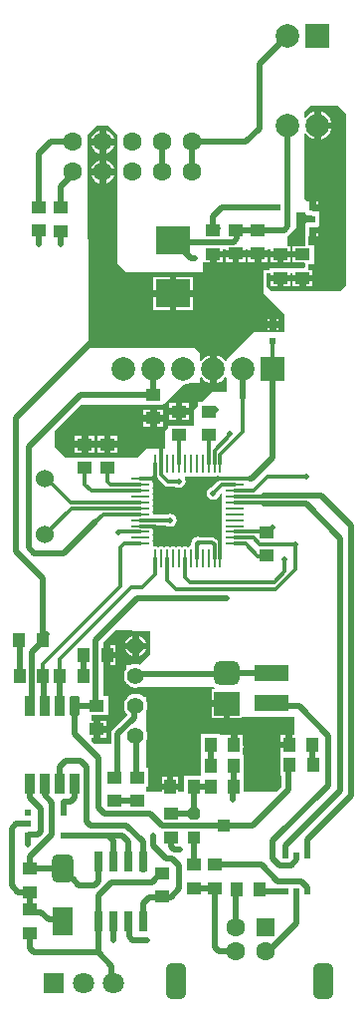
<source format=gtl>
G04*
G04 #@! TF.GenerationSoftware,Altium Limited,Altium Designer,19.1.5 (86)*
G04*
G04 Layer_Physical_Order=1*
G04 Layer_Color=255*
%FSLAX44Y44*%
%MOMM*%
G71*
G01*
G75*
%ADD15C,0.3000*%
%ADD19R,1.3000X1.0000*%
%ADD20R,0.6000X0.6000*%
%ADD21R,3.0000X2.4000*%
%ADD22R,0.5000X0.5000*%
%ADD23R,3.0000X1.4000*%
%ADD24R,1.0000X1.3000*%
%ADD25O,0.2500X1.5500*%
%ADD26O,1.5500X0.2500*%
%ADD27R,0.9000X1.7000*%
G04:AMPARAMS|DCode=28|XSize=0.9mm|YSize=1.7mm|CornerRadius=0.225mm|HoleSize=0mm|Usage=FLASHONLY|Rotation=180.000|XOffset=0mm|YOffset=0mm|HoleType=Round|Shape=RoundedRectangle|*
%AMROUNDEDRECTD28*
21,1,0.9000,1.2500,0,0,180.0*
21,1,0.4500,1.7000,0,0,180.0*
1,1,0.4500,-0.2250,0.6250*
1,1,0.4500,0.2250,0.6250*
1,1,0.4500,0.2250,-0.6250*
1,1,0.4500,-0.2250,-0.6250*
%
%ADD28ROUNDEDRECTD28*%
%ADD29R,1.8000X2.4000*%
G04:AMPARAMS|DCode=30|XSize=1.8mm|YSize=2.4mm|CornerRadius=0.45mm|HoleSize=0mm|Usage=FLASHONLY|Rotation=180.000|XOffset=0mm|YOffset=0mm|HoleType=Round|Shape=RoundedRectangle|*
%AMROUNDEDRECTD30*
21,1,1.8000,1.5000,0,0,180.0*
21,1,0.9000,2.4000,0,0,180.0*
1,1,0.9000,-0.4500,0.7500*
1,1,0.9000,0.4500,0.7500*
1,1,0.9000,0.4500,-0.7500*
1,1,0.9000,-0.4500,-0.7500*
%
%ADD30ROUNDEDRECTD30*%
%ADD31R,0.7300X1.7800*%
G04:AMPARAMS|DCode=32|XSize=0.73mm|YSize=1.78mm|CornerRadius=0.1825mm|HoleSize=0mm|Usage=FLASHONLY|Rotation=180.000|XOffset=0mm|YOffset=0mm|HoleType=Round|Shape=RoundedRectangle|*
%AMROUNDEDRECTD32*
21,1,0.7300,1.4150,0,0,180.0*
21,1,0.3650,1.7800,0,0,180.0*
1,1,0.3650,-0.1825,0.7075*
1,1,0.3650,0.1825,0.7075*
1,1,0.3650,0.1825,-0.7075*
1,1,0.3650,-0.1825,-0.7075*
%
%ADD32ROUNDEDRECTD32*%
%ADD33R,1.0000X1.0000*%
G04:AMPARAMS|DCode=34|XSize=1mm|YSize=1mm|CornerRadius=0.25mm|HoleSize=0mm|Usage=FLASHONLY|Rotation=0.000|XOffset=0mm|YOffset=0mm|HoleType=Round|Shape=RoundedRectangle|*
%AMROUNDEDRECTD34*
21,1,1.0000,0.5000,0,0,0.0*
21,1,0.5000,1.0000,0,0,0.0*
1,1,0.5000,0.2500,-0.2500*
1,1,0.5000,-0.2500,-0.2500*
1,1,0.5000,-0.2500,0.2500*
1,1,0.5000,0.2500,0.2500*
%
%ADD34ROUNDEDRECTD34*%
%ADD35R,0.6000X0.6000*%
G04:AMPARAMS|DCode=36|XSize=2mm|YSize=2.2mm|CornerRadius=0.5mm|HoleSize=0mm|Usage=FLASHONLY|Rotation=270.000|XOffset=0mm|YOffset=0mm|HoleType=Round|Shape=RoundedRectangle|*
%AMROUNDEDRECTD36*
21,1,2.0000,1.2000,0,0,270.0*
21,1,1.0000,2.2000,0,0,270.0*
1,1,1.0000,-0.6000,-0.5000*
1,1,1.0000,-0.6000,0.5000*
1,1,1.0000,0.6000,0.5000*
1,1,1.0000,0.6000,-0.5000*
%
%ADD36ROUNDEDRECTD36*%
%ADD37R,2.2000X2.0000*%
%ADD67C,0.5500*%
%ADD68C,1.6000*%
%ADD69C,2.0000*%
%ADD70R,2.0000X2.0000*%
%ADD71C,1.5240*%
%ADD72C,1.4000*%
%ADD73C,1.8000*%
%ADD74R,1.8000X1.8000*%
%ADD75R,1.6000X1.6000*%
G04:AMPARAMS|DCode=76|XSize=1.7mm|YSize=3mm|CornerRadius=0.425mm|HoleSize=0mm|Usage=FLASHONLY|Rotation=0.000|XOffset=0mm|YOffset=0mm|HoleType=Round|Shape=RoundedRectangle|*
%AMROUNDEDRECTD76*
21,1,1.7000,2.1500,0,0,0.0*
21,1,0.8500,3.0000,0,0,0.0*
1,1,0.8500,0.4250,-1.0750*
1,1,0.8500,-0.4250,-1.0750*
1,1,0.8500,-0.4250,1.0750*
1,1,0.8500,0.4250,1.0750*
%
%ADD76ROUNDEDRECTD76*%
%ADD77C,0.5000*%
G36*
X1264412Y535559D02*
X1264412Y515874D01*
X1255743Y507205D01*
X1254830Y507583D01*
X1252220Y507926D01*
X1249610Y507583D01*
X1247551Y506730D01*
X1243838D01*
Y503343D01*
X1243485Y502883D01*
X1242477Y500451D01*
X1242134Y497840D01*
X1242477Y495229D01*
X1243485Y492797D01*
X1243838Y492337D01*
Y492252D01*
X1244118Y491972D01*
X1245088Y490708D01*
X1246352Y489738D01*
X1247648Y488442D01*
X1248778D01*
X1249610Y488097D01*
X1252220Y487754D01*
X1254830Y488097D01*
X1255662Y488442D01*
X1318514D01*
X1319403Y487553D01*
X1318917Y486380D01*
X1316690D01*
Y477130D01*
X1329690D01*
Y474380D01*
X1332440D01*
Y462380D01*
X1342690D01*
Y462788D01*
X1387602Y462788D01*
Y447920D01*
X1385526D01*
Y439420D01*
X1382776D01*
Y436670D01*
X1375776D01*
Y432156D01*
X1375030D01*
Y413156D01*
X1376659D01*
Y403748D01*
X1372453Y399542D01*
X1344040D01*
Y412140D01*
Y431140D01*
X1343040D01*
Y434790D01*
X1343361Y435271D01*
X1343808Y437515D01*
X1343361Y439758D01*
X1343040Y440239D01*
Y447920D01*
X1338790D01*
Y439420D01*
X1333290D01*
Y447920D01*
X1329040D01*
Y447294D01*
X1324040D01*
Y448920D01*
X1308040D01*
Y429920D01*
Y413090D01*
X1293430D01*
Y399542D01*
X1288430D01*
Y400840D01*
X1281430D01*
X1274430D01*
Y399542D01*
X1260856D01*
Y403480D01*
X1262990D01*
Y419480D01*
X1260856D01*
Y441868D01*
X1260955Y441997D01*
X1261963Y444430D01*
X1262306Y447040D01*
X1261963Y449650D01*
X1260955Y452083D01*
X1260856Y452212D01*
Y467268D01*
X1260955Y467397D01*
X1261963Y469829D01*
X1262306Y472440D01*
X1261963Y475051D01*
X1260955Y477483D01*
X1260856Y477612D01*
Y479806D01*
X1259047D01*
X1257263Y481175D01*
X1254830Y482183D01*
X1252220Y482526D01*
X1249610Y482183D01*
X1247177Y481175D01*
X1245393Y479806D01*
X1244831D01*
X1244832Y479239D01*
X1243485Y477483D01*
X1242477Y475051D01*
X1242134Y472440D01*
X1242477Y469829D01*
X1243485Y467397D01*
X1244851Y465616D01*
X1244853Y464581D01*
X1232834Y452562D01*
X1231774Y450976D01*
X1231646Y450850D01*
Y450784D01*
X1231564Y450661D01*
X1231117Y448417D01*
Y439674D01*
X1217168D01*
X1214374Y442468D01*
Y445440D01*
X1216450D01*
Y452440D01*
Y459440D01*
X1214374D01*
Y464440D01*
X1228700D01*
Y480440D01*
X1224788D01*
Y507120D01*
X1225020D01*
Y515620D01*
Y524120D01*
X1224788D01*
Y526379D01*
X1234635Y536226D01*
X1264412Y535559D01*
D02*
G37*
G36*
X1269170Y667976D02*
X1269912Y666958D01*
X1269931Y666860D01*
X1270926Y665372D01*
X1276602Y659696D01*
X1278091Y658701D01*
X1279846Y658352D01*
X1286017D01*
X1286904Y657759D01*
X1289050Y657332D01*
X1291196Y657759D01*
X1293015Y658975D01*
X1294231Y660794D01*
X1294658Y662940D01*
X1294231Y665086D01*
X1293796Y665736D01*
X1293932Y666180D01*
X1294469Y667016D01*
X1295828Y667287D01*
X1296670Y667849D01*
X1297512Y667287D01*
X1299170Y666957D01*
X1300828Y667287D01*
X1301670Y667849D01*
X1302512Y667287D01*
X1304170Y666957D01*
X1305828Y667287D01*
X1306670Y667849D01*
X1307512Y667287D01*
X1309170Y666957D01*
X1310828Y667287D01*
X1311670Y667849D01*
X1312512Y667287D01*
X1314170Y666957D01*
X1315828Y667287D01*
X1316670Y667849D01*
X1317512Y667287D01*
X1319170Y666957D01*
X1320828Y667287D01*
X1321670Y667849D01*
X1322512Y667287D01*
X1324170Y666957D01*
X1324610Y667044D01*
X1325880Y666002D01*
Y664628D01*
X1325520D01*
X1323764Y664279D01*
X1322276Y663284D01*
X1317160Y658169D01*
X1316114Y657961D01*
X1314295Y656745D01*
X1313079Y654926D01*
X1312652Y652780D01*
X1313079Y650634D01*
X1314295Y648815D01*
X1316114Y647599D01*
X1318260Y647172D01*
X1320406Y647599D01*
X1322225Y648815D01*
X1323441Y650634D01*
X1323649Y651680D01*
X1324707Y652738D01*
X1325880Y652252D01*
Y608330D01*
X1325028Y607478D01*
X1323882Y607953D01*
X1323758Y608317D01*
Y609113D01*
X1323409Y610868D01*
X1322414Y612357D01*
X1320657Y614114D01*
X1319169Y615109D01*
X1317413Y615458D01*
X1306497D01*
X1304865Y615783D01*
X1302719Y615356D01*
X1300900Y614140D01*
X1299684Y612321D01*
X1299257Y610175D01*
X1299418Y609369D01*
X1299381Y609187D01*
X1298536Y607997D01*
X1297512Y607793D01*
X1296670Y607231D01*
X1295828Y607794D01*
X1294170Y608123D01*
X1292512Y607794D01*
X1291670Y607231D01*
X1290828Y607794D01*
X1289170Y608123D01*
X1287512Y607794D01*
X1286670Y607231D01*
X1285828Y607794D01*
X1284170Y608123D01*
X1282512Y607794D01*
X1281670Y607231D01*
X1280828Y607793D01*
X1279170Y608123D01*
X1277512Y607793D01*
X1276670Y607231D01*
X1275828Y607793D01*
X1274170Y608123D01*
X1272512Y607793D01*
X1271670Y607231D01*
X1270828Y607793D01*
X1269170Y608123D01*
X1268023Y607895D01*
X1267989Y607910D01*
X1267040Y608859D01*
X1267025Y608893D01*
X1267253Y610040D01*
X1266924Y611698D01*
X1266361Y612540D01*
X1266923Y613382D01*
X1267253Y615040D01*
X1266923Y616698D01*
X1266361Y617540D01*
X1266923Y618382D01*
X1267253Y620040D01*
X1266923Y621698D01*
X1266190Y622796D01*
Y624820D01*
X1266234Y625040D01*
X1267447Y625452D01*
X1278466D01*
X1279353Y624859D01*
X1281499Y624432D01*
X1283645Y624859D01*
X1285464Y626074D01*
X1286680Y627894D01*
X1287106Y630040D01*
X1286680Y632186D01*
X1285464Y634005D01*
X1283645Y635221D01*
X1281499Y635648D01*
X1279353Y635221D01*
X1278466Y634628D01*
X1267591D01*
X1267253Y635040D01*
X1266924Y636698D01*
X1266361Y637540D01*
X1266923Y638382D01*
X1267253Y640040D01*
X1266923Y641698D01*
X1266361Y642540D01*
X1266923Y643382D01*
X1267253Y645040D01*
X1266923Y646698D01*
X1266361Y647540D01*
X1266923Y648382D01*
X1267253Y650040D01*
X1266923Y651698D01*
X1266361Y652540D01*
X1266923Y653382D01*
X1267253Y655040D01*
X1266923Y656698D01*
X1266361Y657540D01*
X1266923Y658382D01*
X1267253Y660040D01*
X1266923Y661698D01*
X1266190Y662796D01*
Y664820D01*
X1266234Y665040D01*
X1266190Y665260D01*
Y668020D01*
X1268951D01*
X1269170Y667976D01*
D02*
G37*
G36*
X1431290Y975360D02*
Y829310D01*
X1426210Y824230D01*
X1367790D01*
X1363980Y828040D01*
Y839470D01*
X1366910D01*
Y838410D01*
X1383910D01*
Y839470D01*
X1385960D01*
Y838410D01*
X1402960D01*
Y842660D01*
X1399540D01*
Y847660D01*
X1403960D01*
Y863660D01*
X1399540D01*
Y871300D01*
X1400120D01*
Y876300D01*
X1402870D01*
Y879050D01*
X1407870D01*
Y879800D01*
X1408870D01*
Y891800D01*
X1407870D01*
Y892550D01*
X1402870D01*
Y895300D01*
X1400120D01*
Y900300D01*
X1398400D01*
X1395730Y902970D01*
Y958298D01*
X1397000Y958729D01*
X1398602Y956641D01*
X1401108Y954718D01*
X1404027Y953509D01*
X1404410Y953458D01*
Y965200D01*
Y976942D01*
X1404027Y976891D01*
X1401108Y975682D01*
X1398602Y973758D01*
X1397000Y971671D01*
X1395730Y972103D01*
Y976630D01*
X1400810Y981710D01*
X1424940D01*
X1431290Y975360D01*
D02*
G37*
G36*
X1236980Y957580D02*
Y848360D01*
X1244600Y840740D01*
X1309370D01*
Y847872D01*
X1309760Y848980D01*
X1315510D01*
Y855980D01*
X1318260D01*
Y858730D01*
X1326760D01*
Y859790D01*
X1328775D01*
Y859050D01*
X1345775D01*
Y859790D01*
X1347860D01*
Y859050D01*
X1356360D01*
X1364860D01*
Y859790D01*
X1366910D01*
Y858410D01*
X1383910D01*
Y862660D01*
X1381760D01*
Y871220D01*
X1389380Y878840D01*
Y891540D01*
X1396870D01*
Y889300D01*
X1397870D01*
Y888550D01*
X1402870D01*
Y883050D01*
X1397870D01*
Y882300D01*
X1396870D01*
Y872704D01*
X1396714Y872470D01*
X1396481Y871300D01*
Y863660D01*
X1396485Y863642D01*
X1395679Y862660D01*
X1385960D01*
Y858410D01*
X1394460D01*
Y852910D01*
X1385960D01*
Y848660D01*
X1395679D01*
X1396485Y847678D01*
X1396481Y847660D01*
Y845601D01*
X1394540Y843660D01*
X1384960D01*
Y843660D01*
X1384910D01*
Y843660D01*
X1365910D01*
Y842529D01*
X1363980D01*
X1362809Y842296D01*
X1362381Y842010D01*
X1361440D01*
Y841068D01*
X1361154Y840640D01*
X1360921Y839470D01*
Y828040D01*
X1360921Y828040D01*
X1361154Y826870D01*
X1361440Y826441D01*
Y822960D01*
X1379220Y805180D01*
Y789940D01*
X1352550D01*
X1329436Y766826D01*
Y765424D01*
X1328166Y764993D01*
X1326819Y766749D01*
X1324312Y768672D01*
X1321393Y769881D01*
X1321010Y769931D01*
Y758190D01*
Y746449D01*
X1321393Y746499D01*
X1324312Y747708D01*
X1326819Y749632D01*
X1328166Y751387D01*
X1329436Y750956D01*
Y739140D01*
X1316990D01*
X1308160Y730310D01*
X1304950D01*
Y727100D01*
X1301750Y723900D01*
Y709930D01*
X1298550D01*
Y710310D01*
X1279550D01*
Y708050D01*
X1277620Y706120D01*
Y690880D01*
X1261110D01*
X1253490Y683260D01*
X1192530D01*
X1183640Y692150D01*
Y706120D01*
X1205230Y727710D01*
X1274826Y727710D01*
X1275716Y728600D01*
X1276960D01*
Y729844D01*
X1292271Y745155D01*
X1292860Y745078D01*
X1296254Y745525D01*
X1299236Y746760D01*
X1307084D01*
Y750956D01*
X1308354Y751387D01*
X1309702Y749632D01*
X1312208Y747708D01*
X1315127Y746499D01*
X1315510Y746449D01*
Y758190D01*
Y769931D01*
X1315127Y769881D01*
X1312208Y768672D01*
X1309702Y766749D01*
X1308354Y764993D01*
X1307084Y765424D01*
Y771906D01*
X1303020Y775970D01*
X1211842Y775970D01*
X1211835Y781009D01*
X1211580Y957580D01*
X1219200Y965200D01*
X1229360D01*
X1236980Y957580D01*
D02*
G37*
%LPC*%
G36*
X1254970Y531842D02*
Y525990D01*
X1260822D01*
X1260081Y527779D01*
X1258639Y529659D01*
X1256759Y531101D01*
X1254970Y531842D01*
D02*
G37*
G36*
X1249470D02*
X1247681Y531101D01*
X1245801Y529659D01*
X1244359Y527779D01*
X1243618Y525990D01*
X1249470D01*
Y531842D01*
D02*
G37*
G36*
X1234770Y524120D02*
X1230520D01*
Y518370D01*
X1234770D01*
Y524120D01*
D02*
G37*
G36*
X1260822Y520490D02*
X1254970D01*
Y514638D01*
X1256759Y515378D01*
X1258639Y516821D01*
X1260081Y518701D01*
X1260822Y520490D01*
D02*
G37*
G36*
X1249470D02*
X1243618D01*
X1244359Y518701D01*
X1245801Y516821D01*
X1247681Y515378D01*
X1249470Y514638D01*
Y520490D01*
D02*
G37*
G36*
X1234770Y512870D02*
X1230520D01*
Y507120D01*
X1234770D01*
Y512870D01*
D02*
G37*
G36*
X1326940Y471630D02*
X1316690D01*
Y462380D01*
X1326940D01*
Y471630D01*
D02*
G37*
G36*
X1227700Y459440D02*
X1221950D01*
Y455190D01*
X1227700D01*
Y459440D01*
D02*
G37*
G36*
Y449690D02*
X1221950D01*
Y445440D01*
X1227700D01*
Y449690D01*
D02*
G37*
G36*
X1380026Y447920D02*
X1375776D01*
Y442170D01*
X1380026D01*
Y447920D01*
D02*
G37*
G36*
X1288430Y412090D02*
X1284180D01*
Y406340D01*
X1288430D01*
Y412090D01*
D02*
G37*
G36*
X1278680D02*
X1274430D01*
Y406340D01*
X1278680D01*
Y412090D01*
D02*
G37*
G36*
X1409910Y976942D02*
Y967950D01*
X1418902D01*
X1418851Y968333D01*
X1417642Y971252D01*
X1415719Y973758D01*
X1413212Y975682D01*
X1410293Y976891D01*
X1409910Y976942D01*
D02*
G37*
G36*
X1418902Y962450D02*
X1409910D01*
Y953458D01*
X1410293Y953509D01*
X1413212Y954718D01*
X1415719Y956641D01*
X1417642Y959148D01*
X1418851Y962067D01*
X1418902Y962450D01*
D02*
G37*
G36*
X1407870Y900300D02*
X1405620D01*
Y898050D01*
X1407870D01*
Y900300D01*
D02*
G37*
G36*
Y873550D02*
X1405620D01*
Y871300D01*
X1407870D01*
Y873550D01*
D02*
G37*
G36*
X1402960Y832910D02*
X1397210D01*
Y828660D01*
X1402960D01*
Y832910D01*
D02*
G37*
G36*
X1391710D02*
X1385960D01*
Y828660D01*
X1391710D01*
Y832910D01*
D02*
G37*
G36*
X1383910D02*
X1378160D01*
Y828660D01*
X1383910D01*
Y832910D01*
D02*
G37*
G36*
X1372660D02*
X1366910D01*
Y828660D01*
X1372660D01*
Y832910D01*
D02*
G37*
G36*
X1227030Y960915D02*
Y953980D01*
X1233965D01*
X1233015Y956273D01*
X1231412Y958362D01*
X1229323Y959965D01*
X1227030Y960915D01*
D02*
G37*
G36*
X1221530D02*
X1219237Y959965D01*
X1217148Y958362D01*
X1215545Y956273D01*
X1214595Y953980D01*
X1221530D01*
Y960915D01*
D02*
G37*
G36*
X1233965Y948480D02*
X1227030D01*
Y941545D01*
X1229323Y942495D01*
X1231412Y944098D01*
X1233015Y946187D01*
X1233965Y948480D01*
D02*
G37*
G36*
X1221530D02*
X1214595D01*
X1215545Y946187D01*
X1217148Y944098D01*
X1219237Y942495D01*
X1221530Y941545D01*
Y948480D01*
D02*
G37*
G36*
X1227030Y935515D02*
Y928580D01*
X1233965D01*
X1233015Y930873D01*
X1231412Y932962D01*
X1229323Y934565D01*
X1227030Y935515D01*
D02*
G37*
G36*
X1221530D02*
X1219237Y934565D01*
X1217148Y932962D01*
X1215545Y930873D01*
X1214595Y928580D01*
X1221530D01*
Y935515D01*
D02*
G37*
G36*
X1233965Y923080D02*
X1227030D01*
Y916145D01*
X1229323Y917095D01*
X1231412Y918698D01*
X1233015Y920787D01*
X1233965Y923080D01*
D02*
G37*
G36*
X1221530D02*
X1214595D01*
X1215545Y920787D01*
X1217148Y918698D01*
X1219237Y917095D01*
X1221530Y916145D01*
Y923080D01*
D02*
G37*
G36*
X1364860Y853550D02*
X1359110D01*
Y849300D01*
X1364860D01*
Y853550D01*
D02*
G37*
G36*
X1353610D02*
X1347860D01*
Y849300D01*
X1353610D01*
Y853550D01*
D02*
G37*
G36*
X1345775Y853550D02*
X1340025D01*
Y849300D01*
X1345775D01*
Y853550D01*
D02*
G37*
G36*
X1334525D02*
X1328775D01*
Y849300D01*
X1334525D01*
Y853550D01*
D02*
G37*
G36*
X1326760Y853230D02*
X1321010D01*
Y848980D01*
X1326760D01*
Y853230D01*
D02*
G37*
G36*
X1383910Y852910D02*
X1378160D01*
Y848660D01*
X1383910D01*
Y852910D01*
D02*
G37*
G36*
X1372660D02*
X1366910D01*
Y848660D01*
X1372660D01*
Y852910D01*
D02*
G37*
G36*
X1300971Y836409D02*
X1286721D01*
Y825159D01*
X1300971D01*
Y836409D01*
D02*
G37*
G36*
X1281221D02*
X1266971D01*
Y825159D01*
X1281221D01*
Y836409D01*
D02*
G37*
G36*
X1300971Y819659D02*
X1286721D01*
Y808409D01*
X1300971D01*
Y819659D01*
D02*
G37*
G36*
X1281221D02*
X1266971D01*
Y808409D01*
X1281221D01*
Y819659D01*
D02*
G37*
G36*
X1373560Y800790D02*
X1371810D01*
Y799040D01*
X1373560D01*
Y800790D01*
D02*
G37*
G36*
X1366310D02*
X1364560D01*
Y799040D01*
X1366310D01*
Y800790D01*
D02*
G37*
G36*
X1373560Y793540D02*
X1371810D01*
Y791790D01*
X1373560D01*
Y793540D01*
D02*
G37*
G36*
X1366310D02*
X1364560D01*
Y791790D01*
X1366310D01*
Y793540D01*
D02*
G37*
G36*
X1297550Y729310D02*
X1291800D01*
Y725060D01*
X1297550D01*
Y729310D01*
D02*
G37*
G36*
X1286300D02*
X1280550D01*
Y725060D01*
X1286300D01*
Y729310D01*
D02*
G37*
G36*
X1275960Y723600D02*
X1270210D01*
Y719350D01*
X1275960D01*
Y723600D01*
D02*
G37*
G36*
X1264710D02*
X1258960D01*
Y719350D01*
X1264710D01*
Y723600D01*
D02*
G37*
G36*
X1297550Y719560D02*
X1291800D01*
Y715310D01*
X1297550D01*
Y719560D01*
D02*
G37*
G36*
X1286300D02*
X1280550D01*
Y715310D01*
X1286300D01*
Y719560D01*
D02*
G37*
G36*
X1275960Y713850D02*
X1270210D01*
Y709600D01*
X1275960D01*
Y713850D01*
D02*
G37*
G36*
X1264710D02*
X1258960D01*
Y709600D01*
X1264710D01*
Y713850D01*
D02*
G37*
G36*
X1236590Y701370D02*
X1230840D01*
Y697120D01*
X1236590D01*
Y701370D01*
D02*
G37*
G36*
X1217540D02*
X1211790D01*
Y697120D01*
X1217540D01*
Y701370D01*
D02*
G37*
G36*
X1225340D02*
X1219590D01*
Y697120D01*
X1225340D01*
Y701370D01*
D02*
G37*
G36*
X1206290D02*
X1200540D01*
Y697120D01*
X1206290D01*
Y701370D01*
D02*
G37*
G36*
X1236590Y691620D02*
X1230840D01*
Y687370D01*
X1236590D01*
Y691620D01*
D02*
G37*
G36*
X1225340D02*
X1219590D01*
Y687370D01*
X1225340D01*
Y691620D01*
D02*
G37*
G36*
X1217540D02*
X1211790D01*
Y687370D01*
X1217540D01*
Y691620D01*
D02*
G37*
G36*
X1206290D02*
X1200540D01*
Y687370D01*
X1206290D01*
Y691620D01*
D02*
G37*
%LPD*%
D15*
X1196968Y645040D02*
X1256420D01*
X1178309Y663699D02*
X1196968Y645040D01*
X1174750Y660140D02*
X1178309Y663699D01*
X1197310Y640040D02*
X1256420D01*
X1174750Y617480D02*
X1197310Y640040D01*
X1268530Y625040D02*
X1272540Y621030D01*
X1256420Y625040D02*
X1268530D01*
X1269170Y583878D02*
Y597290D01*
X1258062Y572770D02*
X1269170Y583878D01*
X1248410Y572770D02*
X1258062D01*
X1187770Y512130D02*
X1248410Y572770D01*
X1187770Y497840D02*
Y512130D01*
X1174750Y612140D02*
Y617480D01*
X1336920Y665040D02*
X1349129D01*
X1321832D02*
X1336920D01*
X1217930Y628650D02*
X1224320Y635040D01*
X1256420D01*
X1209040Y660400D02*
X1214400Y655040D01*
X1256420D01*
X1230990Y660040D02*
X1256420D01*
X1228090Y662940D02*
X1230990Y660040D01*
X1228090Y662940D02*
Y674370D01*
X1279846Y662940D02*
X1289050D01*
X1274170Y668616D02*
X1279846Y662940D01*
X1274170Y668616D02*
Y677790D01*
X1269170Y665040D02*
Y677790D01*
X1269170Y665040D02*
X1269170Y665040D01*
X1209040Y660400D02*
Y674370D01*
X1321832Y665040D02*
X1321832Y665040D01*
X1325520Y660040D02*
X1336920D01*
X1318260Y652780D02*
X1325520Y660040D01*
X1256420Y630040D02*
X1281499D01*
X1256420Y630040D02*
X1256420Y630040D01*
X1320800Y615950D02*
X1324170Y612580D01*
Y597290D02*
Y612580D01*
X1237260Y620040D02*
X1256420D01*
X1237120Y619900D02*
X1237260Y620040D01*
X1239520Y607060D02*
X1241645Y609185D01*
X1242500Y610040D02*
X1256420D01*
X1240790Y608330D02*
X1242500Y610040D01*
X1239520Y574040D02*
Y607060D01*
X1173480Y508000D02*
X1239520Y574040D01*
X1305560Y610870D02*
X1317413D01*
X1304170Y609480D02*
X1305560Y610870D01*
X1304170Y597290D02*
Y609480D01*
X1317413Y610870D02*
X1319170Y609113D01*
Y597290D02*
Y609113D01*
X1294130Y581660D02*
Y597250D01*
X1294170Y597290D01*
X1294130Y581660D02*
X1298489Y577301D01*
X1370330D01*
X1379220Y586191D01*
Y596900D01*
X1371600Y571500D02*
X1388110Y588010D01*
X1286510Y571500D02*
X1371600D01*
X1279170Y578840D02*
X1286510Y571500D01*
X1388110Y588010D02*
Y609600D01*
X1279170Y578840D02*
Y597290D01*
X1357690Y609600D02*
X1388110D01*
X1352250Y615040D02*
X1357690Y609600D01*
X1336920Y615040D02*
X1352250D01*
X1360190Y650040D02*
X1361440Y651290D01*
X1336920Y650040D02*
X1360190D01*
X1345760Y610040D02*
X1356360Y599440D01*
X1360170D01*
X1336920Y610040D02*
X1345760D01*
X1352585Y655040D02*
X1364295Y666750D01*
X1397858D01*
X1256420Y665040D02*
X1269170D01*
X1332230Y702310D02*
Y703580D01*
X1319170Y689250D02*
X1332230Y702310D01*
X1324170Y685360D02*
X1343660Y704850D01*
X1324170Y677790D02*
Y685360D01*
X1343660Y704850D02*
Y734060D01*
X1319170Y677790D02*
Y689250D01*
X1336920Y655040D02*
X1352585D01*
X1336920Y620040D02*
X1357630D01*
X1336920Y645040D02*
X1360190D01*
X1361440Y643790D01*
X1319170Y677790D02*
X1319170Y677790D01*
X1369060Y758190D02*
Y782290D01*
X1274170Y677790D02*
Y702310D01*
X1289050Y722310D02*
X1290550D01*
X1173480Y497840D02*
Y508000D01*
X1314170Y677790D02*
Y702030D01*
X1314450Y702310D01*
X1289170Y677790D02*
Y702510D01*
X1289050Y704850D02*
X1289170Y704730D01*
D19*
X1188720Y895350D02*
D03*
Y875350D02*
D03*
X1169670Y895825D02*
D03*
Y875825D02*
D03*
X1356360Y876300D02*
D03*
Y856300D02*
D03*
X1337275D02*
D03*
Y876300D02*
D03*
X1318260Y875980D02*
D03*
Y855980D02*
D03*
X1375410Y835660D02*
D03*
Y855660D02*
D03*
X1394460Y835660D02*
D03*
Y855660D02*
D03*
X1289050Y702310D02*
D03*
Y722310D02*
D03*
X1314450Y722310D02*
D03*
Y702310D02*
D03*
X1363980Y599760D02*
D03*
Y619760D02*
D03*
X1267460Y736600D02*
D03*
Y716600D02*
D03*
X1209040Y674370D02*
D03*
Y694370D02*
D03*
X1228090Y674370D02*
D03*
Y694370D02*
D03*
X1219200Y472440D02*
D03*
Y452440D02*
D03*
X1253490Y391480D02*
D03*
Y411480D02*
D03*
X1234440D02*
D03*
Y391480D02*
D03*
X1275080Y310200D02*
D03*
Y330200D02*
D03*
X1162050Y314010D02*
D03*
Y334010D02*
D03*
Y279400D02*
D03*
Y299400D02*
D03*
X1282700Y380730D02*
D03*
Y360730D02*
D03*
X1319530Y317230D02*
D03*
Y337230D02*
D03*
X1301750Y317230D02*
D03*
Y337230D02*
D03*
D20*
X1372870Y895300D02*
D03*
Y876300D02*
D03*
X1402870Y885800D02*
D03*
Y876300D02*
D03*
Y895300D02*
D03*
X1160780Y362610D02*
D03*
Y381610D02*
D03*
Y372110D02*
D03*
X1190780Y381610D02*
D03*
Y362610D02*
D03*
D21*
X1283970Y867410D02*
D03*
X1283971Y822409D02*
D03*
D22*
X1369060Y796290D02*
D03*
Y782290D02*
D03*
D23*
X1367790Y474980D02*
D03*
Y500230D02*
D03*
D24*
X1173160Y528320D02*
D03*
X1153160D02*
D03*
X1153480Y497840D02*
D03*
X1173480D02*
D03*
X1207770D02*
D03*
X1187770D02*
D03*
X1227770Y515620D02*
D03*
X1207770D02*
D03*
X1382776Y439420D02*
D03*
X1402776D02*
D03*
X1336040D02*
D03*
X1316040D02*
D03*
X1403030Y422656D02*
D03*
X1383030D02*
D03*
X1316040Y421640D02*
D03*
X1336040D02*
D03*
Y403590D02*
D03*
X1316040D02*
D03*
X1301430D02*
D03*
X1281430D02*
D03*
X1337818Y316548D02*
D03*
X1357818D02*
D03*
D25*
X1269170Y677790D02*
D03*
X1274170D02*
D03*
X1279170D02*
D03*
X1284170D02*
D03*
X1289170D02*
D03*
X1294170D02*
D03*
X1299170D02*
D03*
X1304170D02*
D03*
X1309170D02*
D03*
X1314170D02*
D03*
X1319170D02*
D03*
X1324170D02*
D03*
Y597290D02*
D03*
X1319170Y597290D02*
D03*
X1314170D02*
D03*
X1309170D02*
D03*
X1304170D02*
D03*
X1299170D02*
D03*
X1294170Y597290D02*
D03*
X1289170D02*
D03*
X1284170D02*
D03*
X1279170Y597290D02*
D03*
X1274170D02*
D03*
X1269170D02*
D03*
D26*
X1336920Y665040D02*
D03*
Y660040D02*
D03*
Y655040D02*
D03*
Y650040D02*
D03*
Y645040D02*
D03*
Y640040D02*
D03*
Y635040D02*
D03*
Y630040D02*
D03*
Y625040D02*
D03*
Y620040D02*
D03*
X1336920Y615040D02*
D03*
X1336920Y610040D02*
D03*
X1256420D02*
D03*
X1256420Y615040D02*
D03*
Y620040D02*
D03*
Y625040D02*
D03*
X1256420Y630040D02*
D03*
Y635040D02*
D03*
X1256420Y640040D02*
D03*
Y645040D02*
D03*
Y650040D02*
D03*
Y655040D02*
D03*
Y660040D02*
D03*
X1256420Y665040D02*
D03*
D27*
X1200150Y406400D02*
D03*
X1174750D02*
D03*
Y472440D02*
D03*
X1187450Y406400D02*
D03*
Y472440D02*
D03*
X1162050D02*
D03*
Y406400D02*
D03*
D28*
X1200150Y472440D02*
D03*
D29*
X1189991Y289009D02*
D03*
D30*
X1189990Y334010D02*
D03*
D31*
X1258570Y289560D02*
D03*
X1245870D02*
D03*
X1220470D02*
D03*
X1233170D02*
D03*
Y340360D02*
D03*
X1220470D02*
D03*
X1245870D02*
D03*
D32*
X1258570D02*
D03*
D33*
X1327150Y370570D02*
D03*
X1301650Y360570D02*
D03*
D34*
Y380570D02*
D03*
D35*
X1398528Y344956D02*
D03*
X1379528D02*
D03*
X1389028Y314956D02*
D03*
X1379528D02*
D03*
X1398528D02*
D03*
X1389028Y344956D02*
D03*
D36*
X1329690Y500380D02*
D03*
D37*
Y474380D02*
D03*
D67*
X1150366Y603758D02*
Y717042D01*
Y603758D02*
X1173160Y580964D01*
Y528320D02*
Y580964D01*
X1163574Y517694D02*
X1172930Y527050D01*
X1163574Y473964D02*
Y517694D01*
X1162050Y472440D02*
X1163574Y473964D01*
X1174750Y396494D02*
X1180846Y390398D01*
Y362966D02*
Y390398D01*
X1162050Y344170D02*
X1180846Y362966D01*
X1174750Y396494D02*
Y406400D01*
X1171702Y365506D02*
Y385064D01*
X1162050Y394716D02*
X1171702Y385064D01*
X1162050Y394716D02*
Y406400D01*
X1169056Y362860D02*
X1171702Y365506D01*
X1161030Y362860D02*
X1169056D01*
X1397100Y643790D02*
X1426210Y614680D01*
Y400304D02*
Y614680D01*
X1379528Y353622D02*
X1426210Y400304D01*
X1409920Y651290D02*
X1435862Y625348D01*
Y396240D02*
Y625348D01*
X1398528Y358906D02*
X1435862Y396240D01*
X1416170Y404742D02*
Y447174D01*
X1369060Y357632D02*
X1416170Y404742D01*
X1369060Y342706D02*
Y357632D01*
X1374561Y337206D02*
X1384496D01*
X1369060Y342706D02*
X1374561Y337206D01*
X1384496D02*
X1388778Y341488D01*
X1289050Y316912D02*
Y336958D01*
X1283108Y342900D02*
X1289050Y336958D01*
X1278128Y342900D02*
X1283108D01*
X1282018Y309880D02*
X1289050Y316912D01*
X1267460Y353568D02*
X1278128Y342900D01*
X1267460Y353568D02*
Y361950D01*
X1377950Y471932D02*
X1391412D01*
X1416170Y447174D01*
X1367790Y474980D02*
X1371520Y471250D01*
X1334770Y392430D02*
Y402320D01*
X1336040Y403590D01*
X1388778Y341488D02*
Y344706D01*
X1389028Y344956D01*
X1402903Y422783D02*
X1403030Y422656D01*
X1402903Y422783D02*
Y439293D01*
X1402776Y439420D02*
X1402903Y439293D01*
X1382522Y401320D02*
Y422148D01*
X1383030Y422656D01*
X1351772Y370570D02*
X1382522Y401320D01*
X1327150Y370570D02*
X1351772D01*
X1389028Y287810D02*
Y314956D01*
X1365108Y263890D02*
X1389028Y287810D01*
X1362710Y263890D02*
X1365108D01*
X1358982Y337230D02*
X1372870Y323342D01*
X1393360D01*
X1398278Y318424D01*
X1319530Y337230D02*
X1358982D01*
X1398278Y315206D02*
Y318424D01*
Y315206D02*
X1398528Y314956D01*
X1359410D02*
X1379528D01*
X1357818Y316548D02*
X1359410Y314956D01*
X1398528Y344956D02*
Y358906D01*
X1379528Y344956D02*
Y353622D01*
X1336040Y439420D02*
X1337945Y437515D01*
X1253744Y563626D02*
X1329690D01*
X1218020Y527902D02*
X1253744Y563626D01*
X1205230Y736600D02*
X1267460D01*
X1264920Y758190D02*
X1267460D01*
X1161034Y692404D02*
X1205230Y736600D01*
X1150366Y717042D02*
X1217930Y784606D01*
X1161034Y606806D02*
Y692404D01*
Y606806D02*
X1165860Y601980D01*
X1283970Y867410D02*
X1299210Y852170D01*
X1302662D01*
X1338580Y869272D02*
Y876300D01*
X1349129Y665040D02*
X1350840D01*
X1369060Y683260D01*
Y758190D01*
X1267460Y736600D02*
Y758190D01*
X1165860Y601980D02*
X1191260D01*
X1217930Y628650D01*
X1198880Y923169D02*
Y925830D01*
X1188720Y913009D02*
X1198880Y923169D01*
X1188720Y895350D02*
Y913009D01*
Y864679D02*
Y875350D01*
X1361440Y643790D02*
X1397100D01*
X1361440Y651290D02*
X1409920D01*
X1179830Y951230D02*
X1198880D01*
X1169670Y941070D02*
X1179830Y951230D01*
X1169670Y895825D02*
Y941070D01*
X1300480Y925830D02*
Y951230D01*
X1275080Y925830D02*
Y951230D01*
X1172930Y527050D02*
X1173160Y526820D01*
X1234440Y411480D02*
X1236980Y414020D01*
Y448417D01*
X1250950Y462387D01*
X1218020Y473620D02*
Y527902D01*
Y473620D02*
X1219200Y472440D01*
X1200150D02*
X1219200D01*
X1225550Y381000D02*
X1264212D01*
X1220470Y386080D02*
X1225550Y381000D01*
X1220470Y386080D02*
Y427990D01*
X1274642Y370570D02*
X1327150D01*
X1264212Y381000D02*
X1274642Y370570D01*
X1275400Y309880D02*
X1282018D01*
X1275080Y310200D02*
X1275400Y309880D01*
X1191260Y391160D02*
X1196928D01*
X1191030Y381860D02*
Y390930D01*
X1263650Y309880D02*
X1274760D01*
X1275080Y310200D01*
X1258570Y304800D02*
X1263650Y309880D01*
X1258570Y289560D02*
Y304800D01*
X1343660Y734060D02*
Y758190D01*
X1318260Y875980D02*
Y887730D01*
X1325830Y895300D01*
X1334735Y856300D02*
X1337275D01*
X1250950Y462387D02*
Y471170D01*
X1252220Y472440D01*
X1153160Y528320D02*
X1153320Y528160D01*
Y498000D02*
Y528160D01*
Y498000D02*
X1153480Y497840D01*
X1187610Y472600D02*
Y497680D01*
X1252220Y497840D02*
X1253490Y499110D01*
X1328420D01*
X1329690Y500380D01*
X1329765Y500305D01*
X1367715D01*
X1367790Y500230D01*
X1200150Y448310D02*
Y472440D01*
Y448310D02*
X1220470Y427990D01*
X1316040Y421640D02*
Y439420D01*
X1336040Y403590D02*
Y421640D01*
X1234440Y391480D02*
X1253490D01*
X1252855Y412115D02*
X1253490Y411480D01*
X1252855Y412115D02*
Y446405D01*
X1252220Y447040D02*
X1252855Y446405D01*
X1160780Y354330D02*
Y362610D01*
X1285240Y350520D02*
X1290320D01*
X1282700Y353060D02*
X1285240Y350520D01*
X1282700Y353060D02*
Y360730D01*
X1169670Y864075D02*
Y875825D01*
X1378538Y876550D02*
X1381760Y879772D01*
Y965200D01*
X1373120Y876550D02*
X1378538D01*
X1372870Y876300D02*
X1373120Y876550D01*
X1325830Y895300D02*
X1372870D01*
X1320800Y876300D02*
X1322070Y877570D01*
X1375090Y855980D02*
X1375410Y855660D01*
X1356360Y856300D02*
X1356680Y855980D01*
X1285330Y866050D02*
X1335358D01*
X1338580Y869272D01*
X1356360Y876300D02*
X1372870D01*
X1338580D02*
X1356360D01*
X1207770Y497840D02*
Y515620D01*
X1265960Y322580D02*
X1275080Y331700D01*
X1301540Y380680D02*
Y403480D01*
X1301430Y403590D02*
X1301540Y403480D01*
Y380680D02*
X1301570Y380650D01*
X1301650Y337330D02*
Y360570D01*
Y337330D02*
X1301750Y337230D01*
X1301650Y360570D02*
X1301700Y360520D01*
X1173480Y497840D02*
X1174115Y497205D01*
Y473075D02*
Y497205D01*
Y473075D02*
X1174750Y472440D01*
X1187450D02*
X1187610Y472600D01*
X1220470Y289560D02*
Y311150D01*
X1231900Y322580D01*
X1265960D01*
X1300480Y951230D02*
X1346200D01*
X1357630Y962660D01*
Y1017270D01*
X1381760Y1041400D01*
X1162050Y334010D02*
Y344170D01*
X1160780Y362610D02*
X1161030Y362860D01*
X1244600Y370840D02*
X1258570Y356870D01*
Y340360D02*
Y356870D01*
X1187450Y420370D02*
X1192530Y425450D01*
X1205230D01*
X1210310Y420370D01*
Y374062D02*
Y420370D01*
Y374062D02*
X1213532Y370840D01*
X1244600D01*
X1228700Y362610D02*
X1240770D01*
X1245870Y357510D01*
Y340360D02*
Y357510D01*
X1187450Y406400D02*
Y420370D01*
X1200150Y394382D02*
Y406400D01*
X1196928Y391160D02*
X1200150Y394382D01*
X1191030Y390930D02*
X1191260Y391160D01*
X1190780Y381610D02*
X1191030Y381860D01*
X1162050Y334010D02*
X1189990D01*
X1152282Y314010D02*
X1162050D01*
X1146810Y319482D02*
X1152282Y314010D01*
X1150620Y372110D02*
X1160780D01*
X1146810Y368300D02*
X1150620Y372110D01*
X1146810Y319482D02*
Y368300D01*
X1233170Y340360D02*
Y358140D01*
X1228700Y362610D02*
X1233170Y358140D01*
X1190780Y362610D02*
X1228700D01*
X1217248Y320040D02*
X1220470Y323262D01*
X1203960Y320040D02*
X1217248D01*
X1198160Y325840D02*
X1203960Y320040D01*
X1196107Y325840D02*
X1198160D01*
X1189990Y331957D02*
X1196107Y325840D01*
X1189990Y331957D02*
Y334010D01*
X1220470Y323262D02*
Y340360D01*
X1165272Y262890D02*
X1220470D01*
X1162050Y266112D02*
X1165272Y262890D01*
X1162050Y266112D02*
Y279400D01*
X1231900Y238490D02*
Y251460D01*
Y238490D02*
X1233170Y237220D01*
X1220470Y262890D02*
X1231900Y251460D01*
X1220470Y262890D02*
Y289560D01*
X1171652Y297150D02*
X1177972Y290830D01*
X1164300Y297150D02*
X1171652D01*
X1162050Y299400D02*
X1164300Y297150D01*
X1177972Y290830D02*
X1188170D01*
X1189991Y289009D01*
X1162050Y299400D02*
Y314010D01*
X1246458Y276272D02*
X1249680Y273050D01*
X1246458Y276272D02*
Y288972D01*
X1245870Y289560D02*
X1246458Y288972D01*
X1249680Y273050D02*
X1262380D01*
X1233170D02*
Y289560D01*
X1301430Y403590D02*
X1316040D01*
X1282700Y380730D02*
X1282780Y380650D01*
X1301570D01*
X1301650Y380570D01*
X1319530Y267700D02*
Y317230D01*
Y267700D02*
X1323340Y263890D01*
X1337310D01*
X1301750Y317230D02*
X1319530D01*
X1337310Y284210D02*
Y317230D01*
D68*
X1300480Y951230D02*
D03*
Y925830D02*
D03*
X1275080Y951230D02*
D03*
Y925830D02*
D03*
X1198880D02*
D03*
Y951230D02*
D03*
X1224280Y925830D02*
D03*
Y951230D02*
D03*
X1249680Y925830D02*
D03*
Y951230D02*
D03*
X1337310Y284210D02*
D03*
X1362710Y263890D02*
D03*
X1337310D02*
D03*
D69*
X1381760Y965200D02*
D03*
X1407160D02*
D03*
X1381760Y1041400D02*
D03*
X1242060Y758190D02*
D03*
X1267460D02*
D03*
X1292860D02*
D03*
X1318260D02*
D03*
X1343660D02*
D03*
D70*
X1407160Y1041400D02*
D03*
X1369060Y758190D02*
D03*
D71*
X1174750Y617480D02*
D03*
Y665480D02*
D03*
D72*
X1252220Y447040D02*
D03*
Y472440D02*
D03*
Y523240D02*
D03*
Y497840D02*
D03*
D73*
X1233170Y237220D02*
D03*
X1207770D02*
D03*
D74*
X1182370D02*
D03*
D75*
X1362710Y284210D02*
D03*
D76*
X1412240Y238490D02*
D03*
X1286510D02*
D03*
D77*
X1384554Y472186D02*
D03*
X1176528Y533400D02*
D03*
X1329690Y563626D02*
D03*
X1302662Y852170D02*
D03*
X1320800Y723900D02*
D03*
X1289050Y662940D02*
D03*
X1269170Y665040D02*
D03*
X1321832Y665040D02*
D03*
X1318260Y652780D02*
D03*
X1281499Y630040D02*
D03*
X1272540Y616990D02*
D03*
X1320800Y615950D02*
D03*
X1304865Y610175D02*
D03*
X1388110Y609600D02*
D03*
X1379220Y596900D02*
D03*
X1188720Y864679D02*
D03*
X1369060Y623570D02*
D03*
X1397858Y666750D02*
D03*
X1332230Y703580D02*
D03*
X1237120Y619900D02*
D03*
X1267460Y361950D02*
D03*
X1336040Y453390D02*
D03*
X1334770Y392430D02*
D03*
X1160780Y354330D02*
D03*
X1290320Y350520D02*
D03*
X1169670Y864075D02*
D03*
X1191578Y389572D02*
D03*
X1262380Y273050D02*
D03*
X1233170D02*
D03*
M02*

</source>
